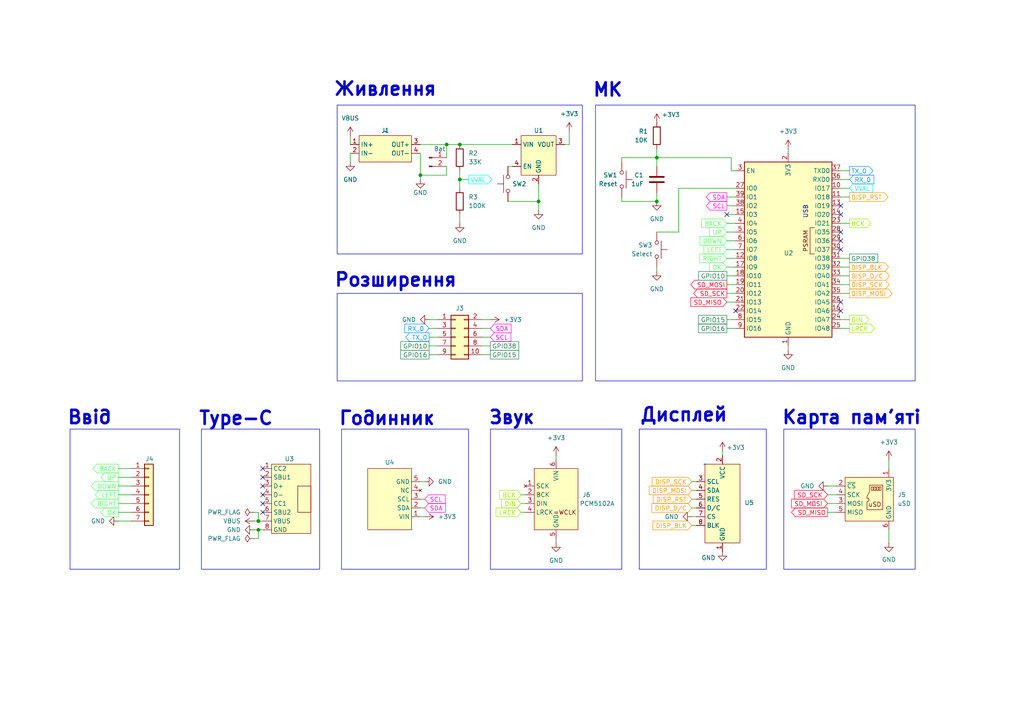
<source format=kicad_sch>
(kicad_sch (version 20231120) (generator "eeschema") (generator_version "8.0")
  (paper "A4")
  (lib_symbols
    (symbol "Connector:Conn_01x02_Pin" (pin_names (offset 1.016) hide)
      (property "Reference" "J" (at 0 2.54 0))
      (property "Value" "Conn_01x02_Pin" (at 0 -5.08 0))
      (symbol "Conn_01x02_Pin_1_1"
        (polyline (pts (xy 1.27 -2.54) (xy 0.8636 -2.54)) (stroke (width 0.1524)))
        (polyline (pts (xy 1.27 0) (xy 0.8636 0)) (stroke (width 0.1524)))
        (rectangle (start 0.8636 -2.413) (end 0 -2.667) (stroke (width 0.1524)) (fill (type outline)))
        (rectangle (start 0.8636 0.127) (end 0 -0.127) (stroke (width 0.1524)) (fill (type outline)))
        (pin passive line (at 5.08 0 180) (length 3.81) (name "Pin_1") (number "1"))
        (pin passive line (at 5.08 -2.54 180) (length 3.81) (name "Pin_2") (number "2"))
      )
    )
    (symbol "Connector_Generic:Conn_01x07" (pin_names (offset 1.016) hide)
      (property "Reference" "J" (at 0 10.16 0))
      (property "Value" "Conn_01x07" (at 0 -10.16 0))
      (symbol "Conn_01x07_1_1"
        (rectangle (start -1.27 -7.493) (end 0 -7.747) (stroke (width 0.1524)))
        (rectangle (start -1.27 -4.953) (end 0 -5.207) (stroke (width 0.1524)))
        (rectangle (start -1.27 -2.413) (end 0 -2.667) (stroke (width 0.1524)))
        (rectangle (start -1.27 0.127) (end 0 -0.127) (stroke (width 0.1524)))
        (rectangle (start -1.27 2.667) (end 0 2.413) (stroke (width 0.1524)))
        (rectangle (start -1.27 5.207) (end 0 4.953) (stroke (width 0.1524)))
        (rectangle (start -1.27 7.747) (end 0 7.493) (stroke (width 0.1524)))
        (rectangle (start -1.27 8.89) (end 1.27 -8.89) (stroke (width 0.254)) (fill (type background)))
        (pin passive line (at -5.08 7.62 0) (length 3.81) (name "Pin_1") (number "1"))
        (pin passive line (at -5.08 5.08 0) (length 3.81) (name "Pin_2") (number "2"))
        (pin passive line (at -5.08 2.54 0) (length 3.81) (name "Pin_3") (number "3"))
        (pin passive line (at -5.08 0 0) (length 3.81) (name "Pin_4") (number "4"))
        (pin passive line (at -5.08 -2.54 0) (length 3.81) (name "Pin_5") (number "5"))
        (pin passive line (at -5.08 -5.08 0) (length 3.81) (name "Pin_6") (number "6"))
        (pin passive line (at -5.08 -7.62 0) (length 3.81) (name "Pin_7") (number "7"))
      )
    )
    (symbol "Connector_Generic:Conn_02x05_Odd_Even" (pin_names (offset 1.016) hide)
      (property "Reference" "J" (at 1.27 7.62 0))
      (property "Value" "Conn_02x05_Odd_Even" (at 1.27 -7.62 0))
      (symbol "Conn_02x05_Odd_Even_1_1"
        (rectangle (start -1.27 -4.953) (end 0 -5.207) (stroke (width 0.1524)))
        (rectangle (start -1.27 -2.413) (end 0 -2.667) (stroke (width 0.1524)))
        (rectangle (start -1.27 0.127) (end 0 -0.127) (stroke (width 0.1524)))
        (rectangle (start -1.27 2.667) (end 0 2.413) (stroke (width 0.1524)))
        (rectangle (start -1.27 5.207) (end 0 4.953) (stroke (width 0.1524)))
        (rectangle (start -1.27 6.35) (end 3.81 -6.35) (stroke (width 0.254)) (fill (type background)))
        (rectangle (start 3.81 -4.953) (end 2.54 -5.207) (stroke (width 0.1524)))
        (rectangle (start 3.81 -2.413) (end 2.54 -2.667) (stroke (width 0.1524)))
        (rectangle (start 3.81 0.127) (end 2.54 -0.127) (stroke (width 0.1524)))
        (rectangle (start 3.81 2.667) (end 2.54 2.413) (stroke (width 0.1524)))
        (rectangle (start 3.81 5.207) (end 2.54 4.953) (stroke (width 0.1524)))
        (pin passive line (at -5.08 5.08 0) (length 3.81) (name "Pin_1") (number "1"))
        (pin passive line (at 7.62 -5.08 180) (length 3.81) (name "Pin_10") (number "10"))
        (pin passive line (at 7.62 5.08 180) (length 3.81) (name "Pin_2") (number "2"))
        (pin passive line (at -5.08 2.54 0) (length 3.81) (name "Pin_3") (number "3"))
        (pin passive line (at 7.62 2.54 180) (length 3.81) (name "Pin_4") (number "4"))
        (pin passive line (at -5.08 0 0) (length 3.81) (name "Pin_5") (number "5"))
        (pin passive line (at 7.62 0 180) (length 3.81) (name "Pin_6") (number "6"))
        (pin passive line (at -5.08 -2.54 0) (length 3.81) (name "Pin_7") (number "7"))
        (pin passive line (at 7.62 -2.54 180) (length 3.81) (name "Pin_8") (number "8"))
        (pin passive line (at -5.08 -5.08 0) (length 3.81) (name "Pin_9") (number "9"))
      )
    )
    (symbol "Device:C" (pin_numbers hide) (pin_names (offset 0.254))
      (property "Reference" "C" (at 0.635 2.54 0))
      (property "Value" "C" (at 0.635 -2.54 0))
      (symbol "C_0_1"
        (polyline (pts (xy -2.032 -0.762) (xy 2.032 -0.762)) (stroke (width 0.508)))
        (polyline (pts (xy -2.032 0.762) (xy 2.032 0.762)) (stroke (width 0.508)))
      )
      (symbol "C_1_1"
        (pin passive line (at 0 3.81 270) (length 2.794) (name "~") (number "1"))
        (pin passive line (at 0 -3.81 90) (length 2.794) (name "~") (number "2"))
      )
    )
    (symbol "Device:R" (pin_numbers hide) (pin_names (offset 0))
      (property "Reference" "R" (at 2.032 0 90))
      (property "Value" "R" (at 0 0 90))
      (symbol "R_0_1"
        (rectangle (start -1.016 -2.54) (end 1.016 2.54) (stroke (width 0.254)))
      )
      (symbol "R_1_1"
        (pin passive line (at 0 3.81 270) (length 1.27) (name "~") (number "1"))
        (pin passive line (at 0 -3.81 90) (length 1.27) (name "~") (number "2"))
      )
    )
    (symbol "RF_Module:ESP32-S3-WROOM-1"
      (property "Reference" "U" (at -12.7 26.67 0))
      (property "Value" "ESP32-S3-WROOM-1" (at 12.7 26.67 0))
      (symbol "ESP32-S3-WROOM-1_0_0"
        (rectangle (start -12.7 25.4) (end 12.7 -25.4) (stroke (width 0.254)) (fill (type background)))
        (text "PSRAM" (at 5.08 2.54 900) (effects (font (size 1.27 1.27))))
      )
      (symbol "ESP32-S3-WROOM-1_0_1"
        (polyline (pts (xy 7.62 -1.27) (xy 6.35 -1.27) (xy 6.35 6.35) (xy 7.62 6.35)))
      )
      (symbol "ESP32-S3-WROOM-1_1_1"
        (pin power_in line (at 0 -27.94 90) (length 2.54) (name "GND") (number "1"))
        (pin bidirectional line (at 15.24 17.78 180) (length 2.54) (name "IO17") (number "10"))
        (pin bidirectional line (at 15.24 15.24 180) (length 2.54) (name "IO18") (number "11"))
        (pin bidirectional line (at -15.24 -2.54 0) (length 2.54) (name "IO8") (number "12"))
        (pin bidirectional line (at 15.24 12.7 180) (length 2.54) (name "IO19") (number "13"))
        (pin bidirectional line (at 15.24 10.16 180) (length 2.54) (name "IO20") (number "14"))
        (pin bidirectional line (at -15.24 10.16 0) (length 2.54) (name "IO3") (number "15"))
        (pin bidirectional line (at 15.24 -17.78 180) (length 2.54) (name "IO46") (number "16"))
        (pin bidirectional line (at -15.24 -5.08 0) (length 2.54) (name "IO9") (number "17"))
        (pin bidirectional line (at -15.24 -7.62 0) (length 2.54) (name "IO10") (number "18"))
        (pin bidirectional line (at -15.24 -10.16 0) (length 2.54) (name "IO11") (number "19"))
        (pin power_in line (at 0 27.94 270) (length 2.54) (name "3V3") (number "2"))
        (pin bidirectional line (at -15.24 -12.7 0) (length 2.54) (name "IO12") (number "20"))
        (pin bidirectional line (at -15.24 -15.24 0) (length 2.54) (name "IO13") (number "21"))
        (pin bidirectional line (at -15.24 -17.78 0) (length 2.54) (name "IO14") (number "22"))
        (pin bidirectional line (at 15.24 7.62 180) (length 2.54) (name "IO21") (number "23"))
        (pin bidirectional line (at 15.24 -20.32 180) (length 2.54) (name "IO47") (number "24"))
        (pin bidirectional line (at 15.24 -22.86 180) (length 2.54) (name "IO48") (number "25"))
        (pin bidirectional line (at 15.24 -15.24 180) (length 2.54) (name "IO45") (number "26"))
        (pin bidirectional line (at -15.24 17.78 0) (length 2.54) (name "IO0") (number "27"))
        (pin bidirectional line (at 15.24 5.08 180) (length 2.54) (name "IO35") (number "28"))
        (pin bidirectional line (at 15.24 2.54 180) (length 2.54) (name "IO36") (number "29"))
        (pin input line (at -15.24 22.86 0) (length 2.54) (name "EN") (number "3"))
        (pin bidirectional line (at 15.24 0 180) (length 2.54) (name "IO37") (number "30"))
        (pin bidirectional line (at 15.24 -2.54 180) (length 2.54) (name "IO38") (number "31"))
        (pin bidirectional line (at 15.24 -5.08 180) (length 2.54) (name "IO39") (number "32"))
        (pin bidirectional line (at 15.24 -7.62 180) (length 2.54) (name "IO40") (number "33"))
        (pin bidirectional line (at 15.24 -10.16 180) (length 2.54) (name "IO41") (number "34"))
        (pin bidirectional line (at 15.24 -12.7 180) (length 2.54) (name "IO42") (number "35"))
        (pin bidirectional line (at 15.24 20.32 180) (length 2.54) (name "RXD0") (number "36"))
        (pin bidirectional line (at 15.24 22.86 180) (length 2.54) (name "TXD0") (number "37"))
        (pin bidirectional line (at -15.24 12.7 0) (length 2.54) (name "IO2") (number "38"))
        (pin bidirectional line (at -15.24 15.24 0) (length 2.54) (name "IO1") (number "39"))
        (pin bidirectional line (at -15.24 7.62 0) (length 2.54) (name "IO4") (number "4"))
        (pin passive line (at 0 -27.94 90) (length 2.54) hide (name "GND") (number "40"))
        (pin passive line (at 0 -27.94 90) (length 2.54) hide (name "GND") (number "41"))
        (pin bidirectional line (at -15.24 5.08 0) (length 2.54) (name "IO5") (number "5"))
        (pin bidirectional line (at -15.24 2.54 0) (length 2.54) (name "IO6") (number "6"))
        (pin bidirectional line (at -15.24 0 0) (length 2.54) (name "IO7") (number "7"))
        (pin bidirectional line (at -15.24 -20.32 0) (length 2.54) (name "IO15") (number "8"))
        (pin bidirectional line (at -15.24 -22.86 0) (length 2.54) (name "IO16") (number "9"))
      )
    )
    (symbol "RTC_module:DS3231SN_module"
      (property "Reference" "U" (at 0 0 0))
      (property "Value" "DS3231SN_module" (at 0 0 0))
      (symbol "DS3231SN_module_1_1"
        (rectangle (start -8.89 6.35) (end 8.89 -6.35) (fill (type background)))
        (pin power_in line (at -5.08 -8.89 90) (length 2.54) (name "VIN") (number "1"))
        (pin output line (at -2.54 -8.89 90) (length 2.54) (name "SDA") (number "2"))
        (pin output line (at 0 -8.89 90) (length 2.54) (name "SCL") (number "3"))
        (pin no_connect line (at 2.54 -8.89 90) (length 2.54) (name "NC") (number "4"))
        (pin power_in line (at 5.08 -8.89 90) (length 2.54) (name "GND") (number "5"))
      )
    )
    (symbol "Switch:SW_Push" (pin_numbers hide) (pin_names (offset 1.016) hide)
      (property "Reference" "SW" (at 1.27 2.54 0))
      (property "Value" "SW_Push" (at 0 -1.524 0))
      (symbol "SW_Push_0_1"
        (circle (center -2.032 0) (radius 0.508))
        (polyline (pts (xy 0 1.27) (xy 0 3.048)))
        (polyline (pts (xy 2.54 1.27) (xy -2.54 1.27)))
        (circle (center 2.032 0) (radius 0.508))
        (pin passive line (at -5.08 0 0) (length 2.54) (name "1") (number "1"))
        (pin passive line (at 5.08 0 180) (length 2.54) (name "2") (number "2"))
      )
    )
    (symbol "connector:Charge_Controller_TP4056"
      (property "Reference" "J" (at 13.97 1.27 0))
      (symbol "Charge_Controller_TP4056_1_1"
        (rectangle (start 0 0) (end 15.24 -7.62) (fill (type background)))
        (pin power_in line (at -2.54 -2.54 0) (length 2.54) (name "IN+") (number "1"))
        (pin power_in line (at -2.54 -5.08 0) (length 2.54) (name "IN-") (number "2"))
        (pin power_out line (at 17.78 -2.54 180) (length 2.54) (name "OUT+") (number "3"))
        (pin passive line (at 17.78 -5.08 180) (length 2.54) (name "OUT-") (number "4"))
      )
    )
    (symbol "connector:Connector_Type-C"
      (property "Reference" "U" (at 0 8.382 0))
      (property "Value" "USB TYPE-C to PCB" (at 0 2.286 0))
      (symbol "Connector_Type-C_0_1"
        (rectangle (start -3.81 6.35) (end 3.81 2.54))
      )
      (symbol "Connector_Type-C_1_1"
        (rectangle (start -10.16 6.35) (end 9.9503 -5.0388) (fill (type background)))
        (pin bidirectional line (at -8.89 -7.62 90) (length 2.54) (name "CC2") (number "1"))
        (pin bidirectional line (at -6.35 -7.62 90) (length 2.54) (name "SBU1") (number "2"))
        (pin bidirectional line (at -3.81 -7.62 90) (length 2.54) (name "D+") (number "3"))
        (pin bidirectional line (at -1.27 -7.62 90) (length 2.54) (name "D-") (number "4"))
        (pin bidirectional line (at 1.27 -7.62 90) (length 2.54) (name "CC1") (number "5"))
        (pin bidirectional line (at 3.81 -7.62 90) (length 2.54) (name "SBU2") (number "6"))
        (pin power_in line (at 6.35 -7.62 90) (length 2.54) (name "VBUS") (number "7"))
        (pin power_in line (at 8.89 -7.62 90) (length 2.54) (name "GND") (number "8"))
      )
    )
    (symbol "connector:PCM5102A-I2S-Module"
      (property "Reference" "J" (at 5.08 10.16 0))
      (symbol "PCM5102A-I2S-Module_1_1"
        (rectangle (start -6.35 8.89) (end 6.35 -8.89) (fill (type background)))
        (text "=WCLK" (at 2.54 -3.81 0) (effects (font (size 1.27 1.27))))
        (pin no_connect line (at -8.89 3.81 0) (length 2.54) (name "SCK") (number "1"))
        (pin input line (at -8.89 1.27 0) (length 2.54) (name "BCK") (number "2"))
        (pin input line (at -8.89 -1.27 0) (length 2.54) (name "DIN") (number "3"))
        (pin input line (at -8.89 -3.81 0) (length 2.54) (name "LRCK") (number "4"))
        (pin power_in line (at 0 -11.43 90) (length 2.54) (name "GND") (number "5"))
        (pin power_in line (at 0 11.43 270) (length 2.54) (name "VIN") (number "6"))
      )
    )
    (symbol "display:TFT_240x280"
      (property "Reference" "U" (at 1.27 12.7 0))
      (symbol "TFT_240x280_1_1"
        (rectangle (start -5.08 11.43) (end 5.08 -11.43) (fill (type background)))
        (pin power_in line (at 0 -13.97 90) (length 2.54) (name "GND") (number "1"))
        (pin power_in line (at 0 13.97 270) (length 2.54) (name "VCC") (number "2"))
        (pin input line (at -7.62 6.35 0) (length 2.54) (name "SCL") (number "3"))
        (pin input line (at -7.62 3.81 0) (length 2.54) (name "SDA") (number "4"))
        (pin input line (at -7.62 1.27 0) (length 2.54) (name "RES") (number "5"))
        (pin input line (at -7.62 -1.27 0) (length 2.54) (name "D/C") (number "6"))
        (pin input line (at -7.62 -3.81 0) (length 2.54) (name "CS") (number "7"))
        (pin input line (at -7.62 -6.35 0) (length 2.54) (name "BLK") (number "8"))
      )
    )
    (symbol "power:+3V3" (power) (pin_numbers hide) (pin_names (offset 0) hide)
      (property "Value" "+3V3" (at 0 3.556 0))
      (symbol "+3V3_0_1"
        (polyline (pts (xy -0.762 1.27) (xy 0 2.54)))
        (polyline (pts (xy 0 0) (xy 0 2.54)))
        (polyline (pts (xy 0 2.54) (xy 0.762 1.27)))
      )
      (symbol "+3V3_1_1"
        (pin power_in line (at 0 0 90) (length 0) (name "~") (number "1"))
      )
    )
    (symbol "power:GND" (power) (pin_numbers hide) (pin_names (offset 0) hide)
      (property "Value" "GND" (at 0 -3.81 0))
      (symbol "GND_0_1"
        (polyline (pts (xy 0 0) (xy 0 -1.27) (xy 1.27 -1.27) (xy 0 -2.54) (xy -1.27 -1.27) (xy 0 -1.27)))
      )
      (symbol "GND_1_1"
        (pin power_in line (at 0 0 270) (length 0) (name "~") (number "1"))
      )
    )
    (symbol "power:PWR_FLAG" (power) (pin_numbers hide) (pin_names (offset 0) hide)
      (property "Value" "PWR_FLAG" (at 0 3.81 0))
      (symbol "PWR_FLAG_0_0"
        (pin power_out line (at 0 0 90) (length 0) (name "~") (number "1"))
      )
      (symbol "PWR_FLAG_0_1"
        (polyline (pts (xy 0 0) (xy 0 1.27) (xy -1.016 1.905) (xy 0 2.54) (xy 1.016 1.905) (xy 0 1.27)))
      )
    )
    (symbol "power:VBUS" (power) (pin_numbers hide) (pin_names (offset 0) hide)
      (property "Value" "VBUS" (at 0 3.556 0))
      (symbol "VBUS_0_1"
        (polyline (pts (xy -0.762 1.27) (xy 0 2.54)))
        (polyline (pts (xy 0 0) (xy 0 2.54)))
        (polyline (pts (xy 0 2.54) (xy 0.762 1.27)))
      )
      (symbol "VBUS_1_1"
        (pin power_in line (at 0 0 90) (length 0) (name "~") (number "1"))
      )
    )
    (symbol "power_module:XL63070_module"
      (property "Reference" "U" (at 0 0 0))
      (property "Value" "xl63070_back/boost_module" (at -0.254 6.604 0))
      (symbol "XL63070_module_1_1"
        (rectangle (start -5.08 5.08) (end 5.08 -6.35) (fill (type background)))
        (pin power_in line (at -7.62 2.54 0) (length 2.54) (name "VIN") (number "1"))
        (pin passive line (at 0 -8.89 90) (length 2.54) (name "GND") (number "2"))
        (pin power_out line (at 7.62 2.54 180) (length 2.54) (name "VOUT") (number "3"))
        (pin input line (at -7.62 -3.81 0) (length 2.54) (name "EN") (number "4"))
      )
    )
    (symbol "sd_module:uSD-adapter-3v3"
      (property "Reference" "U" (at 0 0 0))
      (symbol "uSD-adapter-3v3_0_1"
        (polyline (pts (xy 0 2.286) (xy 0 1.27) (xy 0.508 1.27) (xy 0.508 2.286) (xy 0 2.286)))
        (polyline (pts (xy 0.762 2.286) (xy 0.762 1.27) (xy 1.27 1.27) (xy 1.27 2.286) (xy 0.762 2.286)))
        (polyline (pts (xy 1.524 2.286) (xy 1.524 1.27) (xy 2.032 1.27) (xy 2.032 2.286) (xy 1.524 2.286)))
        (polyline (pts (xy 2.286 2.286) (xy 2.286 1.27) (xy 2.794 1.27) (xy 2.794 2.286) (xy 2.286 2.286)))
        (polyline (pts (xy 0.508 2.794) (xy 3.302 2.794) (xy 3.302 -4.318) (xy -1.27 -4.318) (xy -1.27 -2.032) (xy -0.762 -1.778) (xy -0.762 -1.016) (xy -1.27 -1.016) (xy -1.27 -0.508) (xy -0.508 1.016) (xy -0.508 2.794) (xy 0.508 2.794)))
      )
      (symbol "uSD-adapter-3v3_1_1"
        (rectangle (start -7.62 5.08) (end 6.35 -7.62) (fill (type background)))
        (text "uSD" (at 1.016 -2.794 0) (effects (font (size 1.27 1.27))))
        (pin power_in line (at 5.08 7.62 270) (length 2.54) (name "3V3") (number "1"))
        (pin input line (at -10.16 2.54 0) (length 2.54) (name "~{CS}") (number "2"))
        (pin input line (at -10.16 -2.54 0) (length 2.54) (name "MOSI") (number "3"))
        (pin input line (at -10.16 0 0) (length 2.54) (name "SCK") (number "4"))
        (pin output line (at -10.16 -5.08 0) (length 2.54) (name "MISO") (number "5"))
        (pin power_in line (at 5.08 -10.16 90) (length 2.54) (name "GND") (number "6"))
      )
    )
  )
  (junction (at 74.93 151.13))
  (junction (at 190.5 58.42))
  (junction (at 74.93 153.67))
  (junction (at 129.54 41.91))
  (junction (at 121.92 50.8))
  (junction (at 133.35 41.91))
  (junction (at 133.35 52.07))
  (junction (at 156.21 58.42))
  (junction (at 190.5 45.72))
  (no_connect (at 76.2 143.51))
  (no_connect (at 76.2 148.59))
  (no_connect (at 243.84 59.69))
  (no_connect (at 76.2 146.05))
  (no_connect (at 76.2 140.97))
  (no_connect (at 210.82 62.23))
  (no_connect (at 243.84 87.63))
  (no_connect (at 76.2 138.43))
  (no_connect (at 243.84 69.85))
  (no_connect (at 243.84 67.31))
  (no_connect (at 243.84 72.39))
  (no_connect (at 243.84 90.17))
  (no_connect (at 76.2 135.89))
  (no_connect (at 243.84 62.23))
  (no_connect (at 213.36 90.17))
  (wire (pts (xy 135.89 52.07) (xy 133.35 52.07)))
  (wire (pts (xy 121.92 144.78) (xy 123.19 144.78)))
  (wire (pts (xy 210.82 59.69) (xy 213.36 59.69)))
  (wire (pts (xy 133.35 49.53) (xy 133.35 52.07)))
  (wire (pts (xy 124.46 95.25) (xy 127 95.25)))
  (wire (pts (xy 212.09 45.72) (xy 212.09 49.53)))
  (wire (pts (xy 190.5 45.72) (xy 212.09 45.72)))
  (wire (pts (xy 121.92 44.45) (xy 121.92 50.8)))
  (wire (pts (xy 210.82 67.31) (xy 213.36 67.31)))
  (wire (pts (xy 34.29 138.43) (xy 38.1 138.43)))
  (wire (pts (xy 139.7 100.33) (xy 142.24 100.33)))
  (wire (pts (xy 201.93 142.24) (xy 200.66 142.24)))
  (wire (pts (xy 129.54 48.26) (xy 129.54 50.8)))
  (wire (pts (xy 243.84 64.77) (xy 246.38 64.77)))
  (wire (pts (xy 133.35 41.91) (xy 148.59 41.91)))
  (wire (pts (xy 210.82 92.71) (xy 213.36 92.71)))
  (wire (pts (xy 210.82 57.15) (xy 213.36 57.15)))
  (wire (pts (xy 151.13 146.05) (xy 152.4 146.05)))
  (wire (pts (xy 73.66 151.13) (xy 74.93 151.13)))
  (wire (pts (xy 210.82 72.39) (xy 213.36 72.39)))
  (wire (pts (xy 210.82 95.25) (xy 213.36 95.25)))
  (wire (pts (xy 101.6 39.37) (xy 101.6 41.91)))
  (wire (pts (xy 210.82 87.63) (xy 213.36 87.63)))
  (wire (pts (xy 210.82 85.09) (xy 213.36 85.09)))
  (wire (pts (xy 243.84 57.15) (xy 246.38 57.15)))
  (wire (pts (xy 34.29 143.51) (xy 38.1 143.51)))
  (wire (pts (xy 165.1 38.1) (xy 165.1 41.91)))
  (wire (pts (xy 190.5 58.42) (xy 190.5 55.88)))
  (wire (pts (xy 101.6 44.45) (xy 101.6 46.99)))
  (wire (pts (xy 161.29 156.21) (xy 161.29 157.48)))
  (wire (pts (xy 209.55 130.81) (xy 209.55 132.08)))
  (wire (pts (xy 73.66 153.67) (xy 74.93 153.67)))
  (wire (pts (xy 196.85 54.61) (xy 213.36 54.61)))
  (wire (pts (xy 133.35 52.07) (xy 133.35 54.61)))
  (wire (pts (xy 240.03 140.97) (xy 242.57 140.97)))
  (wire (pts (xy 200.66 152.4) (xy 201.93 152.4)))
  (wire (pts (xy 243.84 52.07) (xy 246.38 52.07)))
  (wire (pts (xy 73.66 148.59) (xy 74.93 148.59)))
  (wire (pts (xy 74.93 148.59) (xy 74.93 151.13)))
  (wire (pts (xy 151.13 143.51) (xy 152.4 143.51)))
  (wire (pts (xy 74.93 151.13) (xy 76.2 151.13)))
  (wire (pts (xy 201.93 147.32) (xy 200.66 147.32)))
  (wire (pts (xy 240.03 143.51) (xy 242.57 143.51)))
  (wire (pts (xy 124.46 97.79) (xy 127 97.79)))
  (wire (pts (xy 180.34 58.42) (xy 190.5 58.42)))
  (wire (pts (xy 147.32 48.26) (xy 148.59 48.26)))
  (wire (pts (xy 180.34 57.15) (xy 180.34 58.42)))
  (wire (pts (xy 243.84 80.01) (xy 246.38 80.01)))
  (wire (pts (xy 210.82 74.93) (xy 213.36 74.93)))
  (wire (pts (xy 161.29 132.08) (xy 161.29 133.35)))
  (wire (pts (xy 210.82 80.01) (xy 213.36 80.01)))
  (wire (pts (xy 34.29 135.89) (xy 38.1 135.89)))
  (wire (pts (xy 243.84 95.25) (xy 246.38 95.25)))
  (wire (pts (xy 156.21 53.34) (xy 156.21 58.42)))
  (wire (pts (xy 124.46 102.87) (xy 127 102.87)))
  (wire (pts (xy 243.84 92.71) (xy 246.38 92.71)))
  (wire (pts (xy 139.7 92.71) (xy 142.24 92.71)))
  (wire (pts (xy 240.03 148.59) (xy 242.57 148.59)))
  (wire (pts (xy 34.29 146.05) (xy 38.1 146.05)))
  (wire (pts (xy 243.84 77.47) (xy 246.38 77.47)))
  (wire (pts (xy 210.82 62.23) (xy 213.36 62.23)))
  (wire (pts (xy 243.84 74.93) (xy 246.38 74.93)))
  (wire (pts (xy 147.32 58.42) (xy 156.21 58.42)))
  (wire (pts (xy 200.66 139.7) (xy 201.93 139.7)))
  (wire (pts (xy 129.54 41.91) (xy 133.35 41.91)))
  (wire (pts (xy 190.5 67.31) (xy 196.85 67.31)))
  (wire (pts (xy 190.5 43.18) (xy 190.5 45.72)))
  (wire (pts (xy 139.7 97.79) (xy 142.24 97.79)))
  (wire (pts (xy 121.92 147.32) (xy 123.19 147.32)))
  (wire (pts (xy 200.66 144.78) (xy 201.93 144.78)))
  (wire (pts (xy 257.81 153.67) (xy 257.81 157.48)))
  (wire (pts (xy 124.46 100.33) (xy 127 100.33)))
  (wire (pts (xy 129.54 50.8) (xy 121.92 50.8)))
  (wire (pts (xy 156.21 58.42) (xy 156.21 60.96)))
  (wire (pts (xy 243.84 85.09) (xy 246.38 85.09)))
  (wire (pts (xy 124.46 92.71) (xy 127 92.71)))
  (wire (pts (xy 34.29 140.97) (xy 38.1 140.97)))
  (wire (pts (xy 133.35 62.23) (xy 133.35 64.77)))
  (wire (pts (xy 121.92 50.8) (xy 121.92 52.07)))
  (wire (pts (xy 121.92 139.7) (xy 123.19 139.7)))
  (wire (pts (xy 243.84 49.53) (xy 246.38 49.53)))
  (wire (pts (xy 196.85 54.61) (xy 196.85 67.31)))
  (wire (pts (xy 139.7 95.25) (xy 142.24 95.25)))
  (wire (pts (xy 139.7 102.87) (xy 142.24 102.87)))
  (wire (pts (xy 73.66 156.21) (xy 74.93 156.21)))
  (wire (pts (xy 210.82 64.77) (xy 213.36 64.77)))
  (wire (pts (xy 210.82 82.55) (xy 213.36 82.55)))
  (wire (pts (xy 190.5 45.72) (xy 190.5 48.26)))
  (wire (pts (xy 180.34 45.72) (xy 190.5 45.72)))
  (wire (pts (xy 151.13 148.59) (xy 152.4 148.59)))
  (wire (pts (xy 74.93 156.21) (xy 74.93 153.67)))
  (wire (pts (xy 180.34 46.99) (xy 180.34 45.72)))
  (wire (pts (xy 257.81 133.35) (xy 257.81 135.89)))
  (wire (pts (xy 213.36 49.53) (xy 212.09 49.53)))
  (wire (pts (xy 200.66 149.86) (xy 201.93 149.86)))
  (wire (pts (xy 228.6 43.18) (xy 228.6 44.45)))
  (wire (pts (xy 34.29 151.13) (xy 38.1 151.13)))
  (wire (pts (xy 121.92 41.91) (xy 129.54 41.91)))
  (wire (pts (xy 243.84 54.61) (xy 246.38 54.61)))
  (wire (pts (xy 243.84 82.55) (xy 246.38 82.55)))
  (wire (pts (xy 74.93 153.67) (xy 76.2 153.67)))
  (wire (pts (xy 228.6 100.33) (xy 228.6 101.6)))
  (wire (pts (xy 240.03 146.05) (xy 242.57 146.05)))
  (wire (pts (xy 34.29 148.59) (xy 38.1 148.59)))
  (wire (pts (xy 190.5 77.47) (xy 190.5 78.74)))
  (wire (pts (xy 121.92 149.86) (xy 123.19 149.86)))
  (wire (pts (xy 210.82 77.47) (xy 213.36 77.47)))
  (wire (pts (xy 210.82 69.85) (xy 213.36 69.85)))
  (wire (pts (xy 165.1 41.91) (xy 163.83 41.91)))
  (wire (pts (xy 129.54 41.91) (xy 129.54 45.72)))
  (rectangle (start 227.33 124.46) (end 265.43 165.1))
  (rectangle (start 185.42 124.46) (end 222.25 165.1))
  (rectangle (start 97.79 85.09) (end 168.91 110.49))
  (rectangle (start 172.72 30.48) (end 265.43 110.49))
  (rectangle (start 99.06 124.46) (end 135.89 165.1))
  (rectangle (start 58.42 124.46) (end 92.71 165.1))
  (rectangle (start 20.32 124.46) (end 52.07 165.1))
  (rectangle (start 142.24 124.46) (end 180.34 165.1))
  (rectangle (start 97.79 30.48) (end 168.91 73.66))
  (text "Карта пам'яті" (at 226.568 123.444 0) (effects (font (size 3.81 3.81) (thickness 0.762) (bold yes)) (justify left bottom)))
  (text "Годинник" (at 98.044 123.698 0) (effects (font (size 3.81 3.81) (thickness 0.762) (bold yes)) (justify left bottom)))
  (text "USB" (at 233.68 61.468 90) (effects (font (size 1.27 1.27))))
  (text "Дисплей" (at 185.42 122.682 0) (effects (font (size 3.81 3.81) (thickness 0.762) (bold yes)) (justify left bottom)))
  (text "Звук" (at 141.478 123.444 0) (effects (font (size 3.81 3.81) (thickness 0.762) (bold yes)) (justify left bottom)))
  (text "Розширення" (at 96.774 83.566 0) (effects (font (size 3.81 3.81) (thickness 0.762) (bold yes)) (justify left bottom)))
  (text "Ввід" (at 19.304 123.444 0) (effects (font (size 3.81 3.81) (thickness 0.762) (bold yes)) (justify left bottom)))
  (text "Type-C" (at 57.404 123.698 0) (effects (font (size 3.81 3.81) (thickness 0.762) (bold yes)) (justify left bottom)))
  (text "МК" (at 171.704 28.448 0) (effects (font (size 3.81 3.81) (thickness 0.762) (bold yes)) (justify left bottom)))
  (text "Живлення" (at 96.52 28.194 0) (effects (font (size 3.81 3.81) (thickness 0.762) (bold yes)) (justify left bottom)))
  (global_label "RX_0" (shape input) (at 124.46 95.25 180) (property "Intersheetrefs" "${INTERSHEET_REFS}" (effects (hide yes))))
  (global_label "SD_SCK" (shape output) (at 210.82 85.09 180) (property "Intersheetrefs" "${INTERSHEET_REFS}" (effects (hide yes))))
  (global_label "SCL" (shape input) (at 142.24 97.79 0) (property "Intersheetrefs" "${INTERSHEET_REFS}" (effects (hide yes))))
  (global_label "RIGHT" (shape output) (at 34.29 146.05 180) (property "Intersheetrefs" "${INTERSHEET_REFS}" (effects (hide yes))))
  (global_label "VVAL" (shape output) (at 135.89 52.07 0) (property "Intersheetrefs" "${INTERSHEET_REFS}" (effects (hide yes))))
  (global_label "DISP_SCK" (shape input) (at 200.66 139.7 180) (property "Intersheetrefs" "${INTERSHEET_REFS}" (effects (hide yes))))
  (global_label "VVAL" (shape input) (at 246.38 54.61 0) (property "Intersheetrefs" "${INTERSHEET_REFS}" (effects (hide yes))))
  (global_label "GPIO15" (shape passive) (at 142.24 102.87 0) (property "Intersheetrefs" "${INTERSHEET_REFS}" (effects (hide yes))))
  (global_label "GPIO38" (shape passive) (at 142.24 100.33 0) (property "Intersheetrefs" "${INTERSHEET_REFS}" (effects (hide yes))))
  (global_label "DISP_SCK" (shape output) (at 246.38 82.55 0) (property "Intersheetrefs" "${INTERSHEET_REFS}" (effects (hide yes))))
  (global_label "UP" (shape output) (at 34.29 138.43 180) (property "Intersheetrefs" "${INTERSHEET_REFS}" (effects (hide yes))))
  (global_label "GPIO10" (shape passive) (at 210.82 80.01 180) (property "Intersheetrefs" "${INTERSHEET_REFS}" (effects (hide yes))))
  (global_label "BACK" (shape output) (at 34.29 135.89 180) (property "Intersheetrefs" "${INTERSHEET_REFS}" (effects (hide yes))))
  (global_label "DISP_RST" (shape input) (at 200.66 144.78 180) (property "Intersheetrefs" "${INTERSHEET_REFS}" (effects (hide yes))))
  (global_label "SDA" (shape input) (at 123.19 147.32 0) (property "Intersheetrefs" "${INTERSHEET_REFS}" (effects (hide yes))))
  (global_label "LEFT" (shape output) (at 34.29 143.51 180) (property "Intersheetrefs" "${INTERSHEET_REFS}" (effects (hide yes))))
  (global_label "BCK" (shape output) (at 246.38 64.77 0) (property "Intersheetrefs" "${INTERSHEET_REFS}" (effects (hide yes))))
  (global_label "LRCK" (shape input) (at 151.13 148.59 180) (property "Intersheetrefs" "${INTERSHEET_REFS}" (effects (hide yes))))
  (global_label "TX_0" (shape output) (at 246.38 49.53 0) (property "Intersheetrefs" "${INTERSHEET_REFS}" (effects (hide yes))))
  (global_label "UP" (shape input) (at 210.82 67.31 180) (property "Intersheetrefs" "${INTERSHEET_REFS}" (effects (hide yes))))
  (global_label "SCL" (shape output) (at 210.82 59.69 180) (property "Intersheetrefs" "${INTERSHEET_REFS}" (effects (hide yes))))
  (global_label "GPIO38" (shape passive) (at 246.38 74.93 0) (property "Intersheetrefs" "${INTERSHEET_REFS}" (effects (hide yes))))
  (global_label "DISP_RST" (shape output) (at 246.38 57.15 0) (property "Intersheetrefs" "${INTERSHEET_REFS}" (effects (hide yes))))
  (global_label "GPIO15" (shape passive) (at 210.82 92.71 180) (property "Intersheetrefs" "${INTERSHEET_REFS}" (effects (hide yes))))
  (global_label "BCK" (shape input) (at 151.13 143.51 180) (property "Intersheetrefs" "${INTERSHEET_REFS}" (effects (hide yes))))
  (global_label "RX_0" (shape input) (at 246.38 52.07 0) (property "Intersheetrefs" "${INTERSHEET_REFS}" (effects (hide yes))))
  (global_label "GPIO16" (shape passive) (at 210.82 95.25 180) (property "Intersheetrefs" "${INTERSHEET_REFS}" (effects (hide yes))))
  (global_label "SD_MOSI" (shape output) (at 210.82 82.55 180) (property "Intersheetrefs" "${INTERSHEET_REFS}" (effects (hide yes))))
  (global_label "SD_MOSI" (shape input) (at 240.03 146.05 180) (property "Intersheetrefs" "${INTERSHEET_REFS}" (effects (hide yes))))
  (global_label "GPIO10" (shape passive) (at 124.46 100.33 180) (property "Intersheetrefs" "${INTERSHEET_REFS}" (effects (hide yes))))
  (global_label "DISP_BLK" (shape input) (at 200.66 152.4 180) (property "Intersheetrefs" "${INTERSHEET_REFS}" (effects (hide yes))))
  (global_label "GPIO16" (shape passive) (at 124.46 102.87 180) (property "Intersheetrefs" "${INTERSHEET_REFS}" (effects (hide yes))))
  (global_label "DISP_D{slash}C" (shape output) (at 246.38 80.01 0) (property "Intersheetrefs" "${INTERSHEET_REFS}" (effects (hide yes))))
  (global_label "DOWN" (shape output) (at 34.29 140.97 180) (property "Intersheetrefs" "${INTERSHEET_REFS}" (effects (hide yes))))
  (global_label "DISP_MOSI" (shape input) (at 200.66 142.24 180) (property "Intersheetrefs" "${INTERSHEET_REFS}" (effects (hide yes))))
  (global_label "LEFT" (shape input) (at 210.82 72.39 180) (property "Intersheetrefs" "${INTERSHEET_REFS}" (effects (hide yes))))
  (global_label "DIN" (shape output) (at 246.38 92.71 0) (property "Intersheetrefs" "${INTERSHEET_REFS}" (effects (hide yes))))
  (global_label "OK" (shape input) (at 210.82 77.47 180) (property "Intersheetrefs" "${INTERSHEET_REFS}" (effects (hide yes))))
  (global_label "RIGHT" (shape input) (at 210.82 74.93 180) (property "Intersheetrefs" "${INTERSHEET_REFS}" (effects (hide yes))))
  (global_label "SD_SCK" (shape input) (at 240.03 143.51 180) (property "Intersheetrefs" "${INTERSHEET_REFS}" (effects (hide yes))))
  (global_label "SD_MISO" (shape input) (at 210.82 87.63 180) (property "Intersheetrefs" "${INTERSHEET_REFS}" (effects (hide yes))))
  (global_label "SDA" (shape output) (at 210.82 57.15 180) (property "Intersheetrefs" "${INTERSHEET_REFS}" (effects (hide yes))))
  (global_label "SDA" (shape input) (at 142.24 95.25 0) (property "Intersheetrefs" "${INTERSHEET_REFS}" (effects (hide yes))))
  (global_label "TX_0" (shape output) (at 124.46 97.79 180) (property "Intersheetrefs" "${INTERSHEET_REFS}" (effects (hide yes))))
  (global_label "SCL" (shape input) (at 123.19 144.78 0) (property "Intersheetrefs" "${INTERSHEET_REFS}" (effects (hide yes))))
  (global_label "DOWN" (shape input) (at 210.82 69.85 180) (property "Intersheetrefs" "${INTERSHEET_REFS}" (effects (hide yes))))
  (global_label "SD_MISO" (shape output) (at 240.03 148.59 180) (property "Intersheetrefs" "${INTERSHEET_REFS}" (effects (hide yes))))
  (global_label "OK" (shape output) (at 34.29 148.59 180) (property "Intersheetrefs" "${INTERSHEET_REFS}" (effects (hide yes))))
  (global_label "BACK" (shape input) (at 210.82 64.77 180) (property "Intersheetrefs" "${INTERSHEET_REFS}" (effects (hide yes))))
  (global_label "DISP_MOSI" (shape output) (at 246.38 85.09 0) (property "Intersheetrefs" "${INTERSHEET_REFS}" (effects (hide yes))))
  (global_label "DISP_D{slash}C" (shape input) (at 200.66 147.32 180) (property "Intersheetrefs" "${INTERSHEET_REFS}" (effects (hide yes))))
  (global_label "LRCK" (shape output) (at 246.38 95.25 0) (property "Intersheetrefs" "${INTERSHEET_REFS}" (effects (hide yes))))
  (global_label "DIN" (shape input) (at 151.13 146.05 180) (property "Intersheetrefs" "${INTERSHEET_REFS}" (effects (hide yes))))
  (global_label "DISP_BLK" (shape output) (at 246.38 77.47 0) (property "Intersheetrefs" "${INTERSHEET_REFS}" (effects (hide yes))))
  (symbol (lib_id "power:GND") (at 101.6 46.99 0) (mirror y) (unit 1)
    (property "Reference" "#PWR05" (effects (hide yes)))
    (property "Value" "GND" (at 101.6 52.07 0))
    (property "Description" "Power symbol creates a global label with name \"GND\" , ground" (effects (hide yes)))
  )
  (symbol (lib_id "power:VBUS") (at 73.66 151.13 90) (mirror x) (unit 1)
    (property "Reference" "#PWR021" (effects (hide yes)))
    (property "Value" "VBUS" (at 69.85 151.1299 90) (effects (justify left)))
    (property "Description" "Power symbol creates a global label with name \"VBUS\"" (effects (hide yes)))
  )
  (symbol (lib_id "power:VBUS") (at 101.6 39.37 0) (mirror y) (unit 1)
    (property "Reference" "#PWR03" (effects (hide yes)))
    (property "Value" "VBUS" (at 101.6 34.29 0))
    (property "Description" "Power symbol creates a global label with name \"VBUS\"" (effects (hide yes)))
  )
  (symbol (lib_id "power:GND") (at 123.19 139.7 90) (mirror x) (unit 1)
    (property "Reference" "#PWR017" (effects (hide yes)))
    (property "Value" "GND" (at 127 139.6999 90) (effects (justify right)))
    (property "Description" "Power symbol creates a global label with name \"GND\" , ground" (effects (hide yes)))
  )
  (symbol (lib_id "connector:PCM5102A-I2S-Module") (at 161.29 144.78 0) (unit 1)
    (property "Reference" "J6" (at 168.91 143.5099 0) (effects (justify left)))
    (property "Value" "PCM5102A" (at 168.148 146.05 0) (effects (justify left)))
    (property "Footprint" "audio:PCM5102A-I2S-Module" (effects (hide yes)))
  )
  (symbol (lib_id "Switch:SW_Push") (at 147.32 53.34 90) (unit 1)
    (property "Reference" "SW2" (at 148.59 53.3399 90) (effects (justify right)))
    (property "Value" "SW_Push" (effects (hide yes)))
    (property "Footprint" "Connector_PinHeader_2.54mm:PinHeader_1x02_P2.54mm_Vertical" (effects (hide yes)))
    (property "Description" "Push button switch, generic, two pins" (effects (hide yes)))
  )
  (symbol (lib_id "Device:C") (at 190.5 52.07 0) (mirror y) (unit 1)
    (property "Reference" "C1" (at 186.69 50.8 0) (effects (justify left)))
    (property "Value" "1uF" (at 186.69 53.34 0) (effects (justify left)))
    (property "Footprint" "Capacitor_SMD:C_1206_3216Metric" (effects (hide yes)))
  )
  (symbol (lib_id "Connector:Conn_01x02_Pin") (at 124.46 45.72 0) (unit 1)
    (property "Reference" "J2" (effects (hide yes)))
    (property "Value" "Bat" (at 127.508 43.18 0))
    (property "Footprint" "Connector_PinHeader_2.54mm:PinHeader_1x02_P2.54mm_Vertical" (effects (hide yes)))
    (property "Description" "Generic connector, single row, 01x02, script generated" (effects (hide yes)))
  )
  (symbol (lib_id "power:PWR_FLAG") (at 73.66 156.21 90) (unit 1)
    (property "Reference" "#FLG02" (effects (hide yes)))
    (property "Value" "PWR_FLAG" (at 69.85 156.2099 90) (effects (justify left)))
    (property "Description" "Special symbol for telling ERC where power comes from" (effects (hide yes)))
  )
  (symbol (lib_id "Device:R") (at 190.5 39.37 0) (mirror x) (unit 1)
    (property "Reference" "R1" (at 187.96 38.1 0) (effects (justify right)))
    (property "Value" "10K" (at 187.96 40.64 0) (effects (justify right)))
    (property "Footprint" "Resistor_THT:R_Axial_DIN0204_L3.6mm_D1.6mm_P7.62mm_Horizontal" (effects (hide yes)))
  )
  (symbol (lib_id "power:GND") (at 200.66 149.86 270) (unit 1)
    (property "Reference" "#PWR020" (effects (hide yes)))
    (property "Value" "GND" (at 196.85 149.8599 90) (effects (justify right)))
    (property "Description" "Power symbol creates a global label with name \"GND\" , ground" (effects (hide yes)))
  )
  (symbol (lib_id "sd_module:uSD-adapter-3v3") (at 252.73 143.51 0) (unit 1)
    (property "Reference" "J5" (at 260.35 143.5099 0) (effects (justify left)))
    (property "Value" "uSD" (at 260.35 146.0499 0) (effects (justify left)))
    (property "Footprint" "sd_module:MicroSD-Adapter-3v3" (effects (hide yes)))
    (property "Datasheet" "https://www.aliexpress.com/item/1005006220398106.html" (effects (hide yes)))
  )
  (symbol (lib_id "Device:R") (at 133.35 45.72 180) (unit 1)
    (property "Reference" "R2" (at 135.89 44.45 0) (effects (justify right)))
    (property "Value" "33K" (at 135.89 46.99 0) (effects (justify right)))
    (property "Footprint" "Resistor_THT:R_Axial_DIN0204_L3.6mm_D1.6mm_P7.62mm_Horizontal" (effects (hide yes)))
  )
  (symbol (lib_id "power:GND") (at 209.55 160.02 0) (unit 1)
    (property "Reference" "#PWR025" (effects (hide yes)))
    (property "Value" "GND" (at 205.486 161.798 0))
    (property "Description" "Power symbol creates a global label with name \"GND\" , ground" (effects (hide yes)))
  )
  (symbol (lib_id "power:+3V3") (at 209.55 130.81 0) (mirror y) (unit 1)
    (property "Reference" "#PWR014" (effects (hide yes)))
    (property "Value" "+3V3" (at 213.36 129.794 0))
    (property "Description" "Power symbol creates a global label with name \"+3V3\"" (effects (hide yes)))
  )
  (symbol (lib_id "display:TFT_240x280") (at 209.55 146.05 0) (unit 1)
    (property "Reference" "U5" (at 215.9 145.796 0) (effects (justify left)))
    (property "Value" "~" (at 204.47 134.62 0))
    (property "Footprint" "display:IPS_240x320_2_inch" (effects (hide yes)))
  )
  (symbol (lib_id "power:PWR_FLAG") (at 73.66 148.59 90) (unit 1)
    (property "Reference" "#FLG01" (effects (hide yes)))
    (property "Value" "PWR_FLAG" (at 69.85 148.5899 90) (effects (justify left)))
    (property "Description" "Special symbol for telling ERC where power comes from" (effects (hide yes)))
  )
  (symbol (lib_id "power:GND") (at 133.35 64.77 0) (mirror y) (unit 1)
    (property "Reference" "#PWR09" (effects (hide yes)))
    (property "Value" "GND" (at 133.35 69.85 0))
    (property "Description" "Power symbol creates a global label with name \"GND\" , ground" (effects (hide yes)))
  )
  (symbol (lib_id "power:GND") (at 156.21 60.96 0) (mirror y) (unit 1)
    (property "Reference" "#PWR08" (effects (hide yes)))
    (property "Value" "GND" (at 156.21 66.04 0))
    (property "Description" "Power symbol creates a global label with name \"GND\" , ground" (effects (hide yes)))
  )
  (symbol (lib_id "power:GND") (at 73.66 153.67 270) (mirror x) (unit 1)
    (property "Reference" "#PWR022" (effects (hide yes)))
    (property "Value" "GND" (at 69.85 153.6699 90) (effects (justify right)))
    (property "Description" "Power symbol creates a global label with name \"GND\" , ground" (effects (hide yes)))
  )
  (symbol (lib_id "power:GND") (at 34.29 151.13 270) (mirror x) (unit 1)
    (property "Reference" "#PWR026" (effects (hide yes)))
    (property "Value" "GND" (at 30.48 151.1299 90) (effects (justify right)))
    (property "Description" "Power symbol creates a global label with name \"GND\" , ground" (effects (hide yes)))
  )
  (symbol (lib_id "Device:R") (at 133.35 58.42 180) (unit 1)
    (property "Reference" "R3" (at 135.89 57.1499 0) (effects (justify right)))
    (property "Value" "100K" (at 135.89 59.6899 0) (effects (justify right)))
    (property "Footprint" "Resistor_THT:R_Axial_DIN0204_L3.6mm_D1.6mm_P7.62mm_Horizontal" (effects (hide yes)))
  )
  (symbol (lib_id "Connector_Generic:Conn_02x05_Odd_Even") (at 132.08 97.79 0) (unit 1)
    (property "Reference" "J3" (at 133.35 89.408 0))
    (property "Value" "Conn_02x05_Odd_Even" (effects (hide yes)))
    (property "Footprint" "Connector_PinHeader_2.54mm:PinHeader_2x05_P2.54mm_Vertical" (effects (hide yes)))
    (property "Description" "Generic connector, double row, 02x05, odd/even pin numbering scheme (row 1 odd numbers, row 2 even numbers), script generated (kicad-library-utils/schlib/autogen/connector/)" (effects (hide yes)))
  )
  (symbol (lib_id "power:+3V3") (at 142.24 92.71 270) (mirror x) (unit 1)
    (property "Reference" "#PWR012" (effects (hide yes)))
    (property "Value" "+3V3" (at 146.05 92.7099 90) (effects (justify left)))
    (property "Description" "Power symbol creates a global label with name \"+3V3\"" (effects (hide yes)))
  )
  (symbol (lib_id "power:GND") (at 228.6 101.6 0) (mirror y) (unit 1)
    (property "Reference" "#PWR013" (effects (hide yes)))
    (property "Value" "GND" (at 228.6 106.68 0))
    (property "Description" "Power symbol creates a global label with name \"GND\" , ground" (effects (hide yes)))
  )
  (symbol (lib_id "connector:Charge_Controller_TP4056") (at 104.14 39.37 0) (unit 1)
    (property "Reference" "J1" (at 111.76 37.846 0))
    (property "Value" "~" (at 111.76 38.1 0))
    (property "Footprint" "power_module:Charge_Controller_TP4056_WO_Protect" (effects (hide yes)))
  )
  (symbol (lib_id "power:GND") (at 240.03 140.97 270) (unit 1)
    (property "Reference" "#PWR018" (effects (hide yes)))
    (property "Value" "GND" (at 236.22 140.9699 90) (effects (justify right)))
    (property "Description" "Power symbol creates a global label with name \"GND\" , ground" (effects (hide yes)))
  )
  (symbol (lib_id "power:GND") (at 124.46 92.71 270) (mirror x) (unit 1)
    (property "Reference" "#PWR011" (effects (hide yes)))
    (property "Value" "GND" (at 120.65 92.7099 90) (effects (justify right)))
    (property "Description" "Power symbol creates a global label with name \"GND\" , ground" (effects (hide yes)))
  )
  (symbol (lib_id "power:+3V3") (at 165.1 38.1 0) (mirror y) (unit 1)
    (property "Reference" "#PWR02" (effects (hide yes)))
    (property "Value" "+3V3" (at 165.1 33.02 0))
    (property "Description" "Power symbol creates a global label with name \"+3V3\"" (effects (hide yes)))
  )
  (symbol (lib_id "power:+3V3") (at 161.29 132.08 0) (mirror y) (unit 1)
    (property "Reference" "#PWR015" (effects (hide yes)))
    (property "Value" "+3V3" (at 161.29 127 0))
    (property "Description" "Power symbol creates a global label with name \"+3V3\"" (effects (hide yes)))
  )
  (symbol (lib_id "Switch:SW_Push") (at 180.34 52.07 270) (mirror x) (unit 1)
    (property "Reference" "SW1" (at 179.07 50.8 90) (effects (justify right)))
    (property "Value" "Reset" (at 179.07 53.34 90) (effects (justify right)))
    (property "Footprint" "Button_Switch_THT:SW_PUSH_6mm" (effects (hide yes)))
  )
  (symbol (lib_id "power:GND") (at 190.5 58.42 0) (mirror y) (unit 1)
    (property "Reference" "#PWR07" (effects (hide yes)))
    (property "Value" "GND" (at 190.5 63.5 0))
    (property "Description" "Power symbol creates a global label with name \"GND\" , ground" (effects (hide yes)))
  )
  (symbol (lib_id "RTC_module:DS3231SN_module") (at 113.03 144.78 90) (unit 1)
    (property "Reference" "U4" (at 113.03 134.112 90))
    (property "Value" "DS3231SN_module" (effects (hide yes)))
    (property "Footprint" "RTC_module:DS3231SN_module" (effects (hide yes)))
  )
  (symbol (lib_id "power_module:XL63070_module") (at 156.21 44.45 0) (unit 1)
    (property "Reference" "U1" (at 156.21 37.846 0))
    (property "Value" "xl63070_back/boost_module" (effects (hide yes)))
    (property "Footprint" "power_module:XL63070_module" (effects (hide yes)))
  )
  (symbol (lib_id "power:+3V3") (at 123.19 149.86 270) (mirror x) (unit 1)
    (property "Reference" "#PWR019" (effects (hide yes)))
    (property "Value" "+3V3" (at 127 149.8599 90) (effects (justify left)))
    (property "Description" "Power symbol creates a global label with name \"+3V3\"" (effects (hide yes)))
  )
  (symbol (lib_id "connector:Connector_Type-C") (at 83.82 144.78 270) (unit 1)
    (property "Reference" "U3" (at 82.55 133.096 90) (effects (justify left)))
    (property "Value" "USB TYPE-C to PCB" (effects (hide yes)))
    (property "Footprint" "usb:Connector_Type_C" (effects (hide yes)))
    (property "Datasheet" "https://vi.aliexpress.com/item/1005006461616314.html" (effects (hide yes)))
  )
  (symbol (lib_id "power:GND") (at 161.29 157.48 0) (mirror y) (unit 1)
    (property "Reference" "#PWR023" (effects (hide yes)))
    (property "Value" "GND" (at 161.29 162.56 0))
    (property "Description" "Power symbol creates a global label with name \"GND\" , ground" (effects (hide yes)))
  )
  (symbol (lib_id "power:+3V3") (at 228.6 43.18 0) (mirror y) (unit 1)
    (property "Reference" "#PWR04" (effects (hide yes)))
    (property "Value" "+3V3" (at 228.6 38.1 0))
    (property "Description" "Power symbol creates a global label with name \"+3V3\"" (effects (hide yes)))
  )
  (symbol (lib_id "Switch:SW_Push") (at 190.5 72.39 270) (mirror x) (unit 1)
    (property "Reference" "SW3" (at 189.23 71.12 90) (effects (justify right)))
    (property "Value" "Select" (at 189.23 73.66 90) (effects (justify right)))
    (property "Footprint" "Button_Switch_THT:SW_PUSH_6mm" (effects (hide yes)))
  )
  (symbol (lib_id "power:GND") (at 190.5 78.74 0) (mirror y) (unit 1)
    (property "Reference" "#PWR010" (effects (hide yes)))
    (property "Value" "GND" (at 190.5 83.82 0))
    (property "Description" "Power symbol creates a global label with name \"GND\" , ground" (effects (hide yes)))
  )
  (symbol (lib_id "power:GND") (at 257.81 157.48 0) (unit 1)
    (property "Reference" "#PWR024" (effects (hide yes)))
    (property "Value" "GND" (at 257.81 162.306 0))
    (property "Description" "Power symbol creates a global label with name \"GND\" , ground" (effects (hide yes)))
  )
  (symbol (lib_id "power:+3V3") (at 257.81 133.35 0) (mirror y) (unit 1)
    (property "Reference" "#PWR016" (effects (hide yes)))
    (property "Value" "+3V3" (at 257.81 128.27 0))
    (property "Description" "Power symbol creates a global label with name \"+3V3\"" (effects (hide yes)))
  )
  (symbol (lib_id "RF_Module:ESP32-S3-WROOM-1") (at 228.6 72.39 0) (unit 1)
    (property "Reference" "U2" (at 227.33 73.406 0) (effects (justify left)))
    (property "Value" "ESP32-S3-WROOM-1" (effects (hide yes)))
    (property "Footprint" "espressif:ESP32-S3-WROOM-1" (effects (hide yes)))
    (property "Datasheet" "https://www.espressif.com/sites/default/files/documentation/esp32-s3-wroom-1_wroom-1u_datasheet_en.pdf" (effects (hide yes)))
    (property "Description" "RF Module, ESP32-S3 SoC, Wi-Fi 802.11b/g/n, Bluetooth, BLE, 32-bit, 3.3V, onboard antenna, SMD" (effects (hide yes)))
  )
  (symbol (lib_id "Connector_Generic:Conn_01x07") (at 43.18 143.51 0) (unit 1)
    (property "Reference" "J4" (at 42.164 133.096 0) (effects (justify left)))
    (property "Value" "Conn_01x07" (effects (hide yes)))
    (property "Footprint" "Connector_PinHeader_2.54mm:PinHeader_1x07_P2.54mm_Vertical" (effects (hide yes)))
    (property "Description" "Generic connector, single row, 01x07, script generated (kicad-library-utils/schlib/autogen/connector/)" (effects (hide yes)))
  )
  (symbol (lib_id "power:+3V3") (at 190.5 35.56 0) (mirror y) (unit 1)
    (property "Reference" "#PWR01" (effects (hide yes)))
    (property "Value" "+3V3" (at 194.564 33.274 0))
    (property "Description" "Power symbol creates a global label with name \"+3V3\"" (effects (hide yes)))
  )
  (symbol (lib_id "power:GND") (at 121.92 52.07 0) (mirror y) (unit 1)
    (property "Reference" "#PWR06" (effects (hide yes)))
    (property "Value" "GND" (at 121.92 55.88 0))
    (property "Description" "Power symbol creates a global label with name \"GND\" , ground" (effects (hide yes)))
  )
)
</source>
